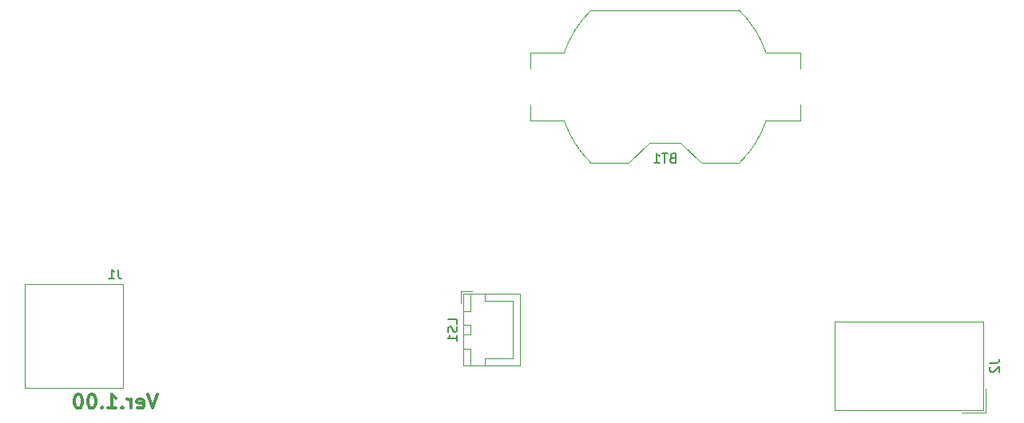
<source format=gbr>
G04 #@! TF.GenerationSoftware,KiCad,Pcbnew,(5.1.5)-3*
G04 #@! TF.CreationDate,2020-09-17T21:05:18+09:00*
G04 #@! TF.ProjectId,acrylic_nixie_clock,61637279-6c69-4635-9f6e-697869655f63,rev?*
G04 #@! TF.SameCoordinates,Original*
G04 #@! TF.FileFunction,Legend,Bot*
G04 #@! TF.FilePolarity,Positive*
%FSLAX46Y46*%
G04 Gerber Fmt 4.6, Leading zero omitted, Abs format (unit mm)*
G04 Created by KiCad (PCBNEW (5.1.5)-3) date 2020-09-17 21:05:18*
%MOMM*%
%LPD*%
G04 APERTURE LIST*
%ADD10C,0.300000*%
%ADD11C,0.120000*%
%ADD12C,0.150000*%
G04 APERTURE END LIST*
D10*
X64154285Y-97603571D02*
X63654285Y-99103571D01*
X63154285Y-97603571D01*
X62082857Y-99032142D02*
X62225714Y-99103571D01*
X62511428Y-99103571D01*
X62654285Y-99032142D01*
X62725714Y-98889285D01*
X62725714Y-98317857D01*
X62654285Y-98175000D01*
X62511428Y-98103571D01*
X62225714Y-98103571D01*
X62082857Y-98175000D01*
X62011428Y-98317857D01*
X62011428Y-98460714D01*
X62725714Y-98603571D01*
X61368571Y-99103571D02*
X61368571Y-98103571D01*
X61368571Y-98389285D02*
X61297142Y-98246428D01*
X61225714Y-98175000D01*
X61082857Y-98103571D01*
X60940000Y-98103571D01*
X60440000Y-98960714D02*
X60368571Y-99032142D01*
X60440000Y-99103571D01*
X60511428Y-99032142D01*
X60440000Y-98960714D01*
X60440000Y-99103571D01*
X58940000Y-99103571D02*
X59797142Y-99103571D01*
X59368571Y-99103571D02*
X59368571Y-97603571D01*
X59511428Y-97817857D01*
X59654285Y-97960714D01*
X59797142Y-98032142D01*
X58297142Y-98960714D02*
X58225714Y-99032142D01*
X58297142Y-99103571D01*
X58368571Y-99032142D01*
X58297142Y-98960714D01*
X58297142Y-99103571D01*
X57297142Y-97603571D02*
X57154285Y-97603571D01*
X57011428Y-97675000D01*
X56940000Y-97746428D01*
X56868571Y-97889285D01*
X56797142Y-98175000D01*
X56797142Y-98532142D01*
X56868571Y-98817857D01*
X56940000Y-98960714D01*
X57011428Y-99032142D01*
X57154285Y-99103571D01*
X57297142Y-99103571D01*
X57440000Y-99032142D01*
X57511428Y-98960714D01*
X57582857Y-98817857D01*
X57654285Y-98532142D01*
X57654285Y-98175000D01*
X57582857Y-97889285D01*
X57511428Y-97746428D01*
X57440000Y-97675000D01*
X57297142Y-97603571D01*
X55868571Y-97603571D02*
X55725714Y-97603571D01*
X55582857Y-97675000D01*
X55511428Y-97746428D01*
X55440000Y-97889285D01*
X55368571Y-98175000D01*
X55368571Y-98532142D01*
X55440000Y-98817857D01*
X55511428Y-98960714D01*
X55582857Y-99032142D01*
X55725714Y-99103571D01*
X55868571Y-99103571D01*
X56011428Y-99032142D01*
X56082857Y-98960714D01*
X56154285Y-98817857D01*
X56225714Y-98532142D01*
X56225714Y-98175000D01*
X56154285Y-97889285D01*
X56082857Y-97746428D01*
X56011428Y-97675000D01*
X55868571Y-97603571D01*
D11*
X50140000Y-96927500D02*
X60540000Y-96927500D01*
X50140000Y-85927500D02*
X50140000Y-96927500D01*
X60540000Y-85927500D02*
X50140000Y-85927500D01*
X60540000Y-96927500D02*
X60540000Y-85927500D01*
X96600000Y-86975000D02*
X102570000Y-86975000D01*
X102570000Y-86975000D02*
X102570000Y-94595000D01*
X102570000Y-94595000D02*
X96600000Y-94595000D01*
X96600000Y-94595000D02*
X96600000Y-86975000D01*
X96610000Y-90285000D02*
X97360000Y-90285000D01*
X97360000Y-90285000D02*
X97360000Y-91285000D01*
X97360000Y-91285000D02*
X96610000Y-91285000D01*
X96610000Y-91285000D02*
X96610000Y-90285000D01*
X96610000Y-86985000D02*
X97360000Y-86985000D01*
X97360000Y-86985000D02*
X97360000Y-88785000D01*
X97360000Y-88785000D02*
X96610000Y-88785000D01*
X96610000Y-88785000D02*
X96610000Y-86985000D01*
X96610000Y-92785000D02*
X97360000Y-92785000D01*
X97360000Y-92785000D02*
X97360000Y-94585000D01*
X97360000Y-94585000D02*
X96610000Y-94585000D01*
X96610000Y-94585000D02*
X96610000Y-92785000D01*
X98860000Y-86985000D02*
X98860000Y-87735000D01*
X98860000Y-87735000D02*
X101810000Y-87735000D01*
X101810000Y-87735000D02*
X101810000Y-90785000D01*
X98860000Y-94585000D02*
X98860000Y-93835000D01*
X98860000Y-93835000D02*
X101810000Y-93835000D01*
X101810000Y-93835000D02*
X101810000Y-90785000D01*
X96310000Y-87935000D02*
X96310000Y-86685000D01*
X96310000Y-86685000D02*
X97560000Y-86685000D01*
X151717500Y-89940000D02*
X135937500Y-89940000D01*
X135937500Y-89940000D02*
X135937500Y-99290000D01*
X135937500Y-99290000D02*
X151717500Y-99290000D01*
X151717500Y-99290000D02*
X151717500Y-89940000D01*
X151967500Y-99540000D02*
X149427500Y-99540000D01*
X151967500Y-99540000D02*
X151967500Y-97000000D01*
X125845370Y-73111789D02*
G75*
G03X128692000Y-68610000I-7845370J8111789D01*
G01*
X110154630Y-56888211D02*
G75*
G03X107308000Y-61390000I7845370J-8111789D01*
G01*
X110154630Y-73111789D02*
G75*
G02X107308000Y-68610000I7845370J8111789D01*
G01*
X125845370Y-56888211D02*
G75*
G02X128692000Y-61390000I-7845370J-8111789D01*
G01*
X132310000Y-66900000D02*
X132310000Y-68610000D01*
X128692000Y-68610000D02*
X132310000Y-68610000D01*
X121860000Y-73110000D02*
X125847300Y-73110000D01*
X119660000Y-70910000D02*
X121860000Y-73110000D01*
X116340000Y-70910000D02*
X119660000Y-70910000D01*
X116340000Y-70910000D02*
X114140000Y-73110000D01*
X110152700Y-73110000D02*
X114140000Y-73110000D01*
X103690000Y-66900000D02*
X103690000Y-68610000D01*
X103690000Y-68610000D02*
X107308000Y-68610000D01*
X107308000Y-61390000D02*
X103690000Y-61390000D01*
X103690000Y-63100000D02*
X103690000Y-61390000D01*
X125847300Y-56890000D02*
X110152700Y-56890000D01*
X132310000Y-63100000D02*
X132310000Y-61390000D01*
X132310000Y-61390000D02*
X128692000Y-61390000D01*
D12*
X60023333Y-84379880D02*
X60023333Y-85094166D01*
X60070952Y-85237023D01*
X60166190Y-85332261D01*
X60309047Y-85379880D01*
X60404285Y-85379880D01*
X59023333Y-85379880D02*
X59594761Y-85379880D01*
X59309047Y-85379880D02*
X59309047Y-84379880D01*
X59404285Y-84522738D01*
X59499523Y-84617976D01*
X59594761Y-84665595D01*
X95962380Y-90142142D02*
X95962380Y-89665952D01*
X94962380Y-89665952D01*
X95914761Y-90427857D02*
X95962380Y-90570714D01*
X95962380Y-90808809D01*
X95914761Y-90904047D01*
X95867142Y-90951666D01*
X95771904Y-90999285D01*
X95676666Y-90999285D01*
X95581428Y-90951666D01*
X95533809Y-90904047D01*
X95486190Y-90808809D01*
X95438571Y-90618333D01*
X95390952Y-90523095D01*
X95343333Y-90475476D01*
X95248095Y-90427857D01*
X95152857Y-90427857D01*
X95057619Y-90475476D01*
X95010000Y-90523095D01*
X94962380Y-90618333D01*
X94962380Y-90856428D01*
X95010000Y-90999285D01*
X95962380Y-91951666D02*
X95962380Y-91380238D01*
X95962380Y-91665952D02*
X94962380Y-91665952D01*
X95105238Y-91570714D01*
X95200476Y-91475476D01*
X95248095Y-91380238D01*
X152423880Y-94281666D02*
X153138166Y-94281666D01*
X153281023Y-94234047D01*
X153376261Y-94138809D01*
X153423880Y-93995952D01*
X153423880Y-93900714D01*
X152519119Y-94710238D02*
X152471500Y-94757857D01*
X152423880Y-94853095D01*
X152423880Y-95091190D01*
X152471500Y-95186428D01*
X152519119Y-95234047D01*
X152614357Y-95281666D01*
X152709595Y-95281666D01*
X152852452Y-95234047D01*
X153423880Y-94662619D01*
X153423880Y-95281666D01*
X118785714Y-72548571D02*
X118642857Y-72596190D01*
X118595238Y-72643809D01*
X118547619Y-72739047D01*
X118547619Y-72881904D01*
X118595238Y-72977142D01*
X118642857Y-73024761D01*
X118738095Y-73072380D01*
X119119047Y-73072380D01*
X119119047Y-72072380D01*
X118785714Y-72072380D01*
X118690476Y-72120000D01*
X118642857Y-72167619D01*
X118595238Y-72262857D01*
X118595238Y-72358095D01*
X118642857Y-72453333D01*
X118690476Y-72500952D01*
X118785714Y-72548571D01*
X119119047Y-72548571D01*
X118261904Y-72072380D02*
X117690476Y-72072380D01*
X117976190Y-73072380D02*
X117976190Y-72072380D01*
X116833333Y-73072380D02*
X117404761Y-73072380D01*
X117119047Y-73072380D02*
X117119047Y-72072380D01*
X117214285Y-72215238D01*
X117309523Y-72310476D01*
X117404761Y-72358095D01*
M02*

</source>
